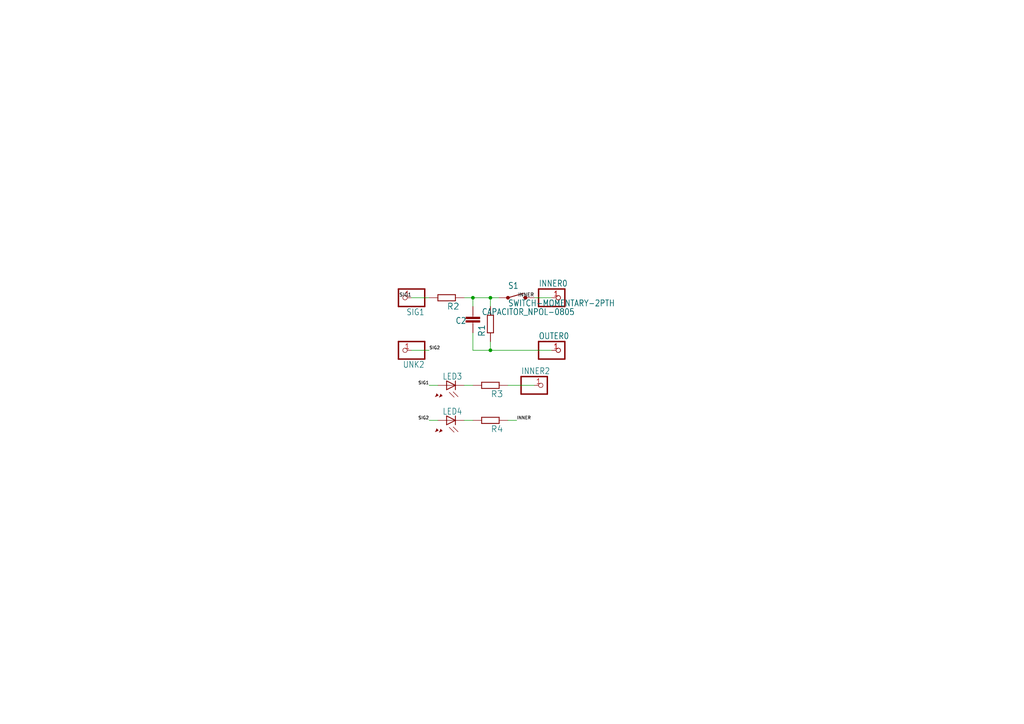
<source format=kicad_sch>
(kicad_sch (version 20250114) (generator "eeschema") (generator_version "9.0")
  (paper "A4")
  (lib_symbols
    (symbol "single_button-dual_LED-eagle-import:CAPACITOR_NPOL-0805"
      (property "Reference" "C" (at 2.54 5.08 0))
      (symbol "CAPACITOR_NPOL-0805_1_0"
        (rectangle (start -2.032 1.524) (end 2.032 2.032) (fill (type outline)))
        (rectangle (start -2.032 0.508) (end 2.032 1.016) (fill (type outline)))
        (polyline (pts (xy 0 2.54) (xy 0 2.032)) (stroke (width 0.1524)))
        (polyline (pts (xy 0 0) (xy 0 0.508)) (stroke (width 0.1524)))
        (pin passive line (at 0 5.08 270) (length 2.54) (name "1") (number "1"))
        (pin passive line (at 0 -2.54 90) (length 2.54) (name "2") (number "2"))
      )
    )
    (symbol "single_button-dual_LED-eagle-import:LED-0805"
      (property "Reference" "LED" (at 3.556 -4.572 90))
      (symbol "LED-0805_1_0"
        (polyline (pts (xy -3.429 2.159) (xy -3.048 1.27) (xy -2.54 1.778)) (stroke (width 0.1524)) (fill (type outline)))
        (polyline (pts (xy -3.302 3.302) (xy -2.921 2.413) (xy -2.413 2.921)) (stroke (width 0.1524)) (fill (type outline)))
        (polyline (pts (xy -2.032 -0.762) (xy -3.429 -2.159)) (stroke (width 0.1524)))
        (polyline (pts (xy -1.905 -1.905) (xy -3.302 -3.302)) (stroke (width 0.1524)))
        (polyline (pts (xy 0 0) (xy -1.27 0)) (stroke (width 0.254)))
        (polyline (pts (xy 0 0) (xy 0 -2.54)) (stroke (width 0.1524)))
        (polyline (pts (xy 0 -2.54) (xy -1.27 0)) (stroke (width 0.254)))
        (polyline (pts (xy 0 -2.54) (xy -1.27 -2.54)) (stroke (width 0.254)))
        (polyline (pts (xy 1.27 0) (xy 0 0)) (stroke (width 0.254)))
        (polyline (pts (xy 1.27 0) (xy 0 -2.54)) (stroke (width 0.254)))
        (polyline (pts (xy 1.27 -2.54) (xy 0 -2.54)) (stroke (width 0.254)))
        (pin passive line (at 0 2.54 270) (length 2.54) (name "A") (number "A"))
        (pin passive line (at 0 -5.08 90) (length 2.54) (name "C") (number "C"))
      )
    )
    (symbol "single_button-dual_LED-eagle-import:PINHD-1X1CB"
      (property "Reference" "JP" (at -6.35 3.175 0))
      (symbol "PINHD-1X1CB_1_0"
        (polyline (pts (xy -6.35 2.54) (xy -6.35 -2.54)) (stroke (width 0.4064)))
        (polyline (pts (xy -6.35 -2.54) (xy 1.27 -2.54)) (stroke (width 0.4064)))
        (polyline (pts (xy 1.27 2.54) (xy -6.35 2.54)) (stroke (width 0.4064)))
        (polyline (pts (xy 1.27 -2.54) (xy 1.27 2.54)) (stroke (width 0.4064)))
        (pin passive inverted (at -2.54 0 0) (length 2.54) (name "1") (number "1"))
      )
    )
    (symbol "single_button-dual_LED-eagle-import:RESISTOR-0805"
      (property "Reference" "R" (at -3.81 1.4986 0))
      (symbol "RESISTOR-0805_1_0"
        (polyline (pts (xy -2.54 -0.889) (xy -2.54 0.889)) (stroke (width 0.254)))
        (polyline (pts (xy -2.54 -0.889) (xy 2.54 -0.889)) (stroke (width 0.254)))
        (polyline (pts (xy 2.54 0.889) (xy -2.54 0.889)) (stroke (width 0.254)))
        (polyline (pts (xy 2.54 -0.889) (xy 2.54 0.889)) (stroke (width 0.254)))
        (pin passive line (at -5.08 0 0) (length 2.54) (name "1") (number "1"))
        (pin passive line (at 5.08 0 180) (length 2.54) (name "2") (number "2"))
      )
    )
    (symbol "single_button-dual_LED-eagle-import:SWITCH-MOMENTARY-2PTH"
      (property "Reference" "S" (at -2.54 2.54 0))
      (symbol "SWITCH-MOMENTARY-2PTH_1_0"
        (circle (center -2.54 0) (radius 0.127) (stroke (width 0.4064)))
        (polyline (pts (xy -2.54 0) (xy 1.905 1.27)) (stroke (width 0.254)))
        (polyline (pts (xy 1.905 0) (xy 2.54 0)) (stroke (width 0.254)))
        (circle (center 2.54 0) (radius 0.127) (stroke (width 0.4064)))
        (pin passive line (at -5.08 0 0) (length 2.54) (name "1") (number "1"))
        (pin passive line (at -5.08 0 0) (length 2.54) (name "1") (number "2"))
        (pin passive line (at 5.08 0 180) (length 2.54) (name "2") (number "3"))
        (pin passive line (at 5.08 0 180) (length 2.54) (name "2") (number "4"))
      )
    )
  )
  (junction (at 142.24 101.6))
  (junction (at 137.16 86.36))
  (junction (at 142.24 86.36))
  (wire (pts (xy 127 121.92) (xy 124.46 121.92)) (stroke (width 0.1524)))
  (wire (pts (xy 137.16 101.6) (xy 142.24 101.6)) (stroke (width 0.1524)))
  (wire (pts (xy 154.94 111.76) (xy 147.32 111.76)) (stroke (width 0.1524)))
  (wire (pts (xy 142.24 86.36) (xy 144.78 86.36)) (stroke (width 0.1524)))
  (wire (pts (xy 119.38 101.6) (xy 124.46 101.6)) (stroke (width 0.1524)))
  (wire (pts (xy 137.16 88.9) (xy 137.16 86.36)) (stroke (width 0.1524)))
  (wire (pts (xy 137.16 121.92) (xy 134.62 121.92)) (stroke (width 0.1524)))
  (wire (pts (xy 142.24 88.9) (xy 142.24 86.36)) (stroke (width 0.1524)))
  (wire (pts (xy 137.16 111.76) (xy 134.62 111.76)) (stroke (width 0.1524)))
  (wire (pts (xy 147.32 121.92) (xy 149.86 121.92)) (stroke (width 0.1524)))
  (wire (pts (xy 154.94 86.36) (xy 160.02 86.36)) (stroke (width 0.1524)))
  (wire (pts (xy 142.24 101.6) (xy 160.02 101.6)) (stroke (width 0.1524)))
  (wire (pts (xy 134.62 86.36) (xy 137.16 86.36)) (stroke (width 0.1524)))
  (wire (pts (xy 142.24 99.06) (xy 142.24 101.6)) (stroke (width 0.1524)))
  (wire (pts (xy 137.16 86.36) (xy 142.24 86.36)) (stroke (width 0.1524)))
  (wire (pts (xy 137.16 96.52) (xy 137.16 101.6)) (stroke (width 0.1524)))
  (wire (pts (xy 127 111.76) (xy 124.46 111.76)) (stroke (width 0.1524)))
  (wire (pts (xy 119.38 86.36) (xy 124.46 86.36)) (stroke (width 0.1524)))
  (label "SIG2" (at 124.46 121.92 180) (effects (font (size 0.889 0.889))))
  (label "SIG1" (at 124.46 111.76 180) (effects (font (size 0.889 0.889))))
  (label "INNER" (at 149.86 121.92 0) (effects (font (size 0.889 0.889))))
  (label "INNER" (at 154.94 86.36 180) (effects (font (size 1.016 1.016))))
  (label "SIG1" (at 119.38 86.36 180) (effects (font (size 1.016 1.016))))
  (label "SIG2" (at 124.46 101.6 0) (effects (font (size 0.889 0.889))))
  (symbol (lib_id "single_button-dual_LED-eagle-import:PINHD-1X1CB") (at 116.84 86.36 180) (unit 1)
    (property "Reference" "SIG1" (at 123.19 89.535 0) (effects (font (size 1.778 1.5113)) (justify left bottom)))
    (property "Value" "PINHD-1X1CB" (effects (hide yes)))
    (property "Footprint" "single_button-dual_LED:1X01-CLEANBIG" (effects (hide yes)))
  )
  (symbol (lib_id "single_button-dual_LED-eagle-import:SWITCH-MOMENTARY-2PTH") (at 149.86 86.36 0) (unit 1)
    (property "Reference" "S1" (at 147.32 83.82 0) (effects (font (size 1.778 1.5113)) (justify left bottom)))
    (property "Value" "SWITCH-MOMENTARY-2PTH" (at 147.32 88.9 0) (effects (font (size 1.778 1.5113)) (justify left bottom)))
    (property "Footprint" "single_button-dual_LED:TACTILE-PTH" (effects (hide yes)))
  )
  (symbol (lib_id "single_button-dual_LED-eagle-import:PINHD-1X1CB") (at 162.56 101.6 0) (unit 1)
    (property "Reference" "OUTER0" (at 156.21 98.425 0) (effects (font (size 1.778 1.5113)) (justify left bottom)))
    (property "Value" "PINHD-1X1CB" (effects (hide yes)))
    (property "Footprint" "single_button-dual_LED:1X01-CLEANBIG" (effects (hide yes)))
  )
  (symbol (lib_id "single_button-dual_LED-eagle-import:LED-0805") (at 129.54 121.92 90) (unit 1)
    (property "Reference" "LED4" (at 134.112 118.364 90) (effects (font (size 1.778 1.5113)) (justify left bottom)))
    (property "Value" "LED-0805" (effects (hide yes)))
    (property "Footprint" "single_button-dual_LED:LED-805" (effects (hide yes)))
  )
  (symbol (lib_id "single_button-dual_LED-eagle-import:PINHD-1X1CB") (at 116.84 101.6 180) (unit 1)
    (property "Reference" "UNK2" (at 123.19 104.775 0) (effects (font (size 1.778 1.5113)) (justify left bottom)))
    (property "Value" "PINHD-1X1CB" (effects (hide yes)))
    (property "Footprint" "single_button-dual_LED:1X01-CLEANBIG" (effects (hide yes)))
  )
  (symbol (lib_id "single_button-dual_LED-eagle-import:LED-0805") (at 129.54 111.76 90) (unit 1)
    (property "Reference" "LED3" (at 134.112 108.204 90) (effects (font (size 1.778 1.5113)) (justify left bottom)))
    (property "Value" "LED-0805" (effects (hide yes)))
    (property "Footprint" "single_button-dual_LED:LED-805" (effects (hide yes)))
  )
  (symbol (lib_id "single_button-dual_LED-eagle-import:PINHD-1X1CB") (at 162.56 86.36 0) (unit 1)
    (property "Reference" "INNER0" (at 156.21 83.185 0) (effects (font (size 1.778 1.5113)) (justify left bottom)))
    (property "Value" "PINHD-1X1CB" (effects (hide yes)))
    (property "Footprint" "single_button-dual_LED:1X01-CLEANBIG" (effects (hide yes)))
  )
  (symbol (lib_id "single_button-dual_LED-eagle-import:RESISTOR-0805") (at 142.24 93.98 90) (unit 1)
    (property "Reference" "R1" (at 140.7414 97.79 0) (effects (font (size 1.778 1.778)) (justify left bottom)))
    (property "Value" "RESISTOR-0805" (effects (hide yes)))
    (property "Footprint" "single_button-dual_LED:R805" (effects (hide yes)))
  )
  (symbol (lib_id "single_button-dual_LED-eagle-import:RESISTOR-0805") (at 129.54 86.36 180) (unit 1)
    (property "Reference" "R2" (at 133.35 87.8586 0) (effects (font (size 1.778 1.778)) (justify left bottom)))
    (property "Value" "RESISTOR-0805" (effects (hide yes)))
    (property "Footprint" "single_button-dual_LED:R805" (effects (hide yes)))
  )
  (symbol (lib_id "single_button-dual_LED-eagle-import:PINHD-1X1CB") (at 157.48 111.76 0) (unit 1)
    (property "Reference" "INNER2" (at 151.13 108.585 0) (effects (font (size 1.778 1.5113)) (justify left bottom)))
    (property "Value" "PINHD-1X1CB" (effects (hide yes)))
    (property "Footprint" "single_button-dual_LED:1X01-CLEANBIG" (effects (hide yes)))
  )
  (symbol (lib_id "single_button-dual_LED-eagle-import:RESISTOR-0805") (at 142.24 111.76 180) (unit 1)
    (property "Reference" "R3" (at 146.05 113.2586 0) (effects (font (size 1.778 1.778)) (justify left bottom)))
    (property "Value" "RESISTOR-0805" (effects (hide yes)))
    (property "Footprint" "single_button-dual_LED:R805" (effects (hide yes)))
  )
  (symbol (lib_id "single_button-dual_LED-eagle-import:RESISTOR-0805") (at 142.24 121.92 180) (unit 1)
    (property "Reference" "R4" (at 146.05 123.4186 0) (effects (font (size 1.778 1.778)) (justify left bottom)))
    (property "Value" "RESISTOR-0805" (effects (hide yes)))
    (property "Footprint" "single_button-dual_LED:R805" (effects (hide yes)))
  )
  (symbol (lib_id "single_button-dual_LED-eagle-import:CAPACITOR_NPOL-0805") (at 137.16 93.98 0) (unit 1)
    (property "Reference" "C2" (at 132.08 93.98 0) (effects (font (size 1.778 1.5113)) (justify left bottom)))
    (property "Value" "CAPACITOR_NPOL-0805" (at 139.7 91.44 0) (effects (font (size 1.778 1.5113)) (justify left bottom)))
    (property "Footprint" "single_button-dual_LED:C805" (effects (hide yes)))
  )
)
</source>
